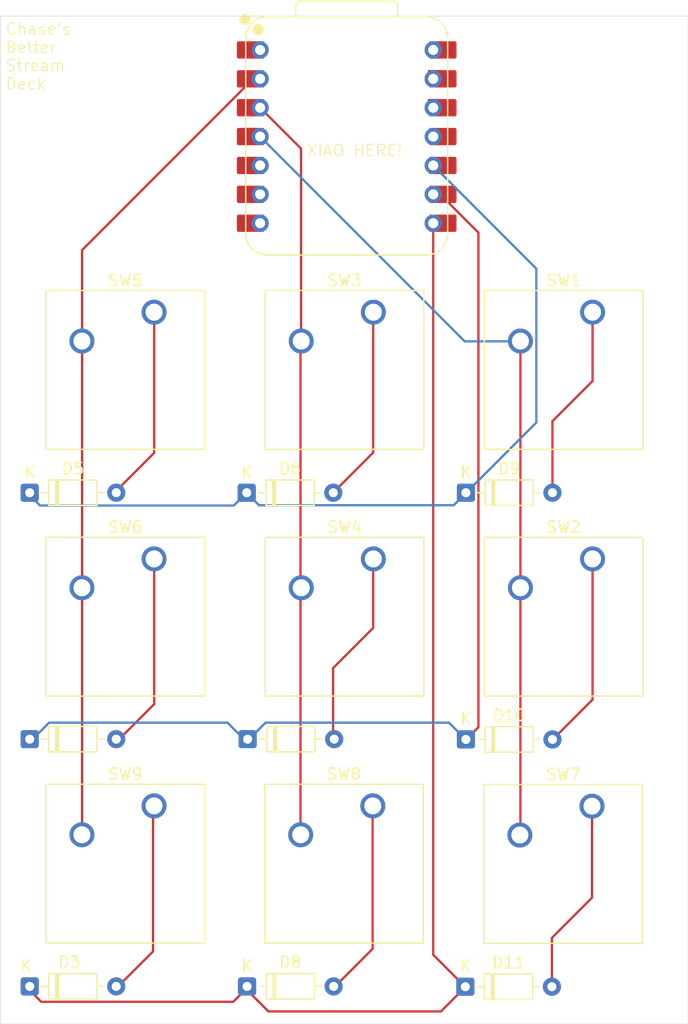
<source format=kicad_pcb>
(kicad_pcb (version 20241229) (generator "pcbnew") (generator_version "9.0")
  (layers (0 "F.Cu" signal) (2 "B.Cu" signal) (13 "F.Paste" user) (15 "B.Paste" user) (5 "F.SilkS" user "F.Silkscreen") (7 "B.SilkS" user "B.Silkscreen") (1 "F.Mask" user) (3 "B.Mask" user) (25 "Edge.Cuts" user))
  (net 0 "")
  (net 1 "Net-(D11-K)")
  (net 2 "Net-(D3-A)")
  (net 3 "unconnected-(U1-3V3-Pad12)")
  (net 4 "Net-(D4-A)")
  (net 7 "Net-(D10-K)")
  (net 8 "Net-(D5-A)")
  (net 9 "Net-(D5-K)")
  (net 10 "Net-(D6-A)")
  (net 11 "Net-(D7-A)")
  (net 12 "Net-(D8-A)")
  (net 13 "Net-(D9-A)")
  (net 14 "Net-(D10-A)")
  (net 15 "Net-(D11-A)")
  (net 16 "Net-(U1-GPIO29{slash}ADC3{slash}A3)")
  (net 17 "Net-(U1-GPIO28{slash}ADC2{slash}A2)")
  (net 18 "Net-(U1-GPIO27{slash}ADC1{slash}A1)")
  (net 20 "unconnected-(U1-GND-Pad13)")
  (footprint "Diode_THT:D_DO-35_SOD27_P7.62mm_Horizontal" (layer "F.Cu") (at 128.38 161.95)
    (property "Reference" "D8" (at 3.81 -2.12 0) (layer "F.SilkS"))
    (property "Value" "1N4148")
    (fp_line (start 1.04 0) (end 1.69 0) (stroke (width 0.12)) (layer "F.SilkS"))
    (fp_line (start 2.29 -1.12) (end 2.29 1.12) (stroke (width 0.12)) (layer "F.SilkS"))
    (fp_line (start 2.41 -1.12) (end 2.41 1.12) (stroke (width 0.12)) (layer "F.SilkS"))
    (fp_line (start 2.53 -1.12) (end 2.53 1.12) (stroke (width 0.12)) (layer "F.SilkS"))
    (fp_line (start 6.58 0) (end 5.93 0) (stroke (width 0.12)) (layer "F.SilkS"))
    (fp_rect (start 1.69 -1.12) (end 5.93 1.12) (stroke (width 0.12)) (fill no) (layer "F.SilkS"))
    (fp_text user "K" (at 0 -1.8 0) (layer "F.SilkS"))
    (pad "1" thru_hole roundrect (at 0 0) (size 1.6 1.6) (drill 0.8) (layers "*.Cu" "*.Mask") (roundrect_rratio 0.15625) (net 1 "Net-(D11-K)"))
    (pad "2" thru_hole circle (at 7.62 0) (size 1.6 1.6) (drill 0.8) (layers "*.Cu" "*.Mask") (net 12 "Net-(D8-A)"))
  )
  (footprint "Button_Switch_Keyboard:SW_Cherry_MX_1.00u_PCB" (layer "F.Cu") (at 139.45 146.07)
    (property "Reference" "SW8" (at -2.54 -2.794 0) (layer "F.SilkS"))
    (property "Value" "SW_Push")
    (fp_line (start -9.525 -1.905) (end 4.445 -1.905) (stroke (width 0.12)) (layer "F.SilkS"))
    (fp_line (start -9.525 12.065) (end -9.525 -1.905) (stroke (width 0.12)) (layer "F.SilkS"))
    (fp_line (start 4.445 -1.905) (end 4.445 12.065) (stroke (width 0.12)) (layer "F.SilkS"))
    (fp_line (start 4.445 12.065) (end -9.525 12.065) (stroke (width 0.12)) (layer "F.SilkS"))
    (pad "" np_thru_hole circle (at -7.62 5.08) (size 1.7 1.7) (drill 1.7) (layers "*.Cu" "*.Mask"))
    (pad "" np_thru_hole circle (at -2.54 5.08) (size 4 4) (drill 4) (layers "*.Cu" "*.Mask"))
    (pad "" np_thru_hole circle (at 2.54 5.08) (size 1.7 1.7) (drill 1.7) (layers "*.Cu" "*.Mask"))
    (pad "1" thru_hole circle (at 0 0) (size 2.2 2.2) (drill 1.5) (layers "*.Cu" "*.Mask") (net 12 "Net-(D8-A)"))
    (pad "2" thru_hole circle (at -6.35 2.54) (size 2.2 2.2) (drill 1.5) (layers "*.Cu" "*.Mask") (net 17 "Net-(U1-GPIO28{slash}ADC2{slash}A2)"))
  )
  (footprint "Diode_THT:D_DO-35_SOD27_P7.62mm_Horizontal" (layer "F.Cu") (at 109.24 118.525211)
    (property "Reference" "D5" (at 3.81 -2.12 0) (layer "F.SilkS"))
    (property "Value" "1N4148")
    (fp_line (start 1.04 0) (end 1.69 0) (stroke (width 0.12)) (layer "F.SilkS"))
    (fp_line (start 2.29 -1.12) (end 2.29 1.12) (stroke (width 0.12)) (layer "F.SilkS"))
    (fp_line (start 2.41 -1.12) (end 2.41 1.12) (stroke (width 0.12)) (layer "F.SilkS"))
    (fp_line (start 2.53 -1.12) (end 2.53 1.12) (stroke (width 0.12)) (layer "F.SilkS"))
    (fp_line (start 6.58 0) (end 5.93 0) (stroke (width 0.12)) (layer "F.SilkS"))
    (fp_rect (start 1.69 -1.12) (end 5.93 1.12) (stroke (width 0.12)) (fill no) (layer "F.SilkS"))
    (fp_text user "K" (at 0 -1.8 0) (layer "F.SilkS"))
    (pad "1" thru_hole roundrect (at 0 0) (size 1.6 1.6) (drill 0.8) (layers "*.Cu" "*.Mask") (roundrect_rratio 0.15625) (net 9 "Net-(D5-K)"))
    (pad "2" thru_hole circle (at 7.62 0) (size 1.6 1.6) (drill 0.8) (layers "*.Cu" "*.Mask") (net 8 "Net-(D5-A)"))
  )
  (footprint "Diode_THT:D_DO-35_SOD27_P7.62mm_Horizontal" (layer "F.Cu") (at 128.43 140.2)
    (property "Reference" "D7" (hide yes))
    (property "Value" "1N4148")
    (fp_line (start 1.04 0) (end 1.69 0) (stroke (width 0.12)) (layer "F.SilkS"))
    (fp_line (start 2.29 -1.12) (end 2.29 1.12) (stroke (width 0.12)) (layer "F.SilkS"))
    (fp_line (start 2.41 -1.12) (end 2.41 1.12) (stroke (width 0.12)) (layer "F.SilkS"))
    (fp_line (start 2.53 -1.12) (end 2.53 1.12) (stroke (width 0.12)) (layer "F.SilkS"))
    (fp_line (start 6.58 0) (end 5.93 0) (stroke (width 0.12)) (layer "F.SilkS"))
    (fp_rect (start 1.69 -1.12) (end 5.93 1.12) (stroke (width 0.12)) (fill no) (layer "F.SilkS"))
    (pad "1" thru_hole roundrect (at 0 0) (size 1.6 1.6) (drill 0.8) (layers "*.Cu" "*.Mask") (roundrect_rratio 0.15625) (net 7 "Net-(D10-K)"))
    (pad "2" thru_hole circle (at 7.62 0) (size 1.6 1.6) (drill 0.8) (layers "*.Cu" "*.Mask") (net 11 "Net-(D7-A)"))
  )
  (footprint "Button_Switch_Keyboard:SW_Cherry_MX_1.00u_PCB" (layer "F.Cu") (at 158.8 124.345211)
    (property "Reference" "SW2" (at -2.54 -2.794 0) (layer "F.SilkS"))
    (property "Value" "SW_Push")
    (fp_line (start -9.525 -1.905) (end 4.445 -1.905) (stroke (width 0.12)) (layer "F.SilkS"))
    (fp_line (start -9.525 12.065) (end -9.525 -1.905) (stroke (width 0.12)) (layer "F.SilkS"))
    (fp_line (start 4.445 -1.905) (end 4.445 12.065) (stroke (width 0.12)) (layer "F.SilkS"))
    (fp_line (start 4.445 12.065) (end -9.525 12.065) (stroke (width 0.12)) (layer "F.SilkS"))
    (pad "" np_thru_hole circle (at -7.62 5.08) (size 1.7 1.7) (drill 1.7) (layers "*.Cu" "*.Mask"))
    (pad "" np_thru_hole circle (at -2.54 5.08) (size 4 4) (drill 4) (layers "*.Cu" "*.Mask"))
    (pad "" np_thru_hole circle (at 2.54 5.08) (size 1.7 1.7) (drill 1.7) (layers "*.Cu" "*.Mask"))
    (pad "1" thru_hole circle (at 0 0) (size 2.2 2.2) (drill 1.5) (layers "*.Cu" "*.Mask") (net 14 "Net-(D10-A)"))
    (pad "2" thru_hole circle (at -6.35 2.54) (size 2.2 2.2) (drill 1.5) (layers "*.Cu" "*.Mask") (net 16 "Net-(U1-GPIO29{slash}ADC3{slash}A3)"))
  )
  (footprint "Button_Switch_Keyboard:SW_Cherry_MX_1.00u_PCB" (layer "F.Cu") (at 120.19 146.07)
    (property "Reference" "SW9" (at -2.54 -2.794 0) (layer "F.SilkS"))
    (property "Value" "SW_Push")
    (fp_line (start -9.525 -1.905) (end 4.445 -1.905) (stroke (width 0.12)) (layer "F.SilkS"))
    (fp_line (start -9.525 12.065) (end -9.525 -1.905) (stroke (width 0.12)) (layer "F.SilkS"))
    (fp_line (start 4.445 -1.905) (end 4.445 12.065) (stroke (width 0.12)) (layer "F.SilkS"))
    (fp_line (start 4.445 12.065) (end -9.525 12.065) (stroke (width 0.12)) (layer "F.SilkS"))
    (pad "" np_thru_hole circle (at -7.62 5.08) (size 1.7 1.7) (drill 1.7) (layers "*.Cu" "*.Mask"))
    (pad "" np_thru_hole circle (at -2.54 5.08) (size 4 4) (drill 4) (layers "*.Cu" "*.Mask"))
    (pad "" np_thru_hole circle (at 2.54 5.08) (size 1.7 1.7) (drill 1.7) (layers "*.Cu" "*.Mask"))
    (pad "1" thru_hole circle (at 0 0) (size 2.2 2.2) (drill 1.5) (layers "*.Cu" "*.Mask") (net 2 "Net-(D3-A)"))
    (pad "2" thru_hole circle (at -6.35 2.54) (size 2.2 2.2) (drill 1.5) (layers "*.Cu" "*.Mask") (net 18 "Net-(U1-GPIO27{slash}ADC1{slash}A1)"))
  )
  (footprint "Button_Switch_Keyboard:SW_Cherry_MX_1.00u_PCB" (layer "F.Cu") (at 158.8 102.645211)
    (property "Reference" "SW1" (at -2.54 -2.794 0) (layer "F.SilkS"))
    (property "Value" "SW_Push")
    (fp_line (start -9.525 -1.905) (end 4.445 -1.905) (stroke (width 0.12)) (layer "F.SilkS"))
    (fp_line (start -9.525 12.065) (end -9.525 -1.905) (stroke (width 0.12)) (layer "F.SilkS"))
    (fp_line (start 4.445 -1.905) (end 4.445 12.065) (stroke (width 0.12)) (layer "F.SilkS"))
    (fp_line (start 4.445 12.065) (end -9.525 12.065) (stroke (width 0.12)) (layer "F.SilkS"))
    (pad "" np_thru_hole circle (at -7.62 5.08) (size 1.7 1.7) (drill 1.7) (layers "*.Cu" "*.Mask"))
    (pad "" np_thru_hole circle (at -2.54 5.08) (size 4 4) (drill 4) (layers "*.Cu" "*.Mask"))
    (pad "" np_thru_hole circle (at 2.54 5.08) (size 1.7 1.7) (drill 1.7) (layers "*.Cu" "*.Mask"))
    (pad "1" thru_hole circle (at 0 0) (size 2.2 2.2) (drill 1.5) (layers "*.Cu" "*.Mask") (net 13 "Net-(D9-A)"))
    (pad "2" thru_hole circle (at -6.35 2.54) (size 2.2 2.2) (drill 1.5) (layers "*.Cu" "*.Mask") (net 16 "Net-(U1-GPIO29{slash}ADC3{slash}A3)"))
  )
  (footprint "Diode_THT:D_DO-35_SOD27_P7.62mm_Horizontal" (layer "F.Cu") (at 109.24 161.95)
    (property "Reference" "D3" (at 3.51 -2.12 0) (layer "F.SilkS"))
    (property "Value" "1N4148")
    (fp_line (start 1.04 0) (end 1.69 0) (stroke (width 0.12)) (layer "F.SilkS"))
    (fp_line (start 2.29 -1.12) (end 2.29 1.12) (stroke (width 0.12)) (layer "F.SilkS"))
    (fp_line (start 2.41 -1.12) (end 2.41 1.12) (stroke (width 0.12)) (layer "F.SilkS"))
    (fp_line (start 2.53 -1.12) (end 2.53 1.12) (stroke (width 0.12)) (layer "F.SilkS"))
    (fp_line (start 6.58 0) (end 5.93 0) (stroke (width 0.12)) (layer "F.SilkS"))
    (fp_rect (start 1.69 -1.12) (end 5.93 1.12) (stroke (width 0.12)) (fill no) (layer "F.SilkS"))
    (fp_text user "K" (at -0.3 -1.8 0) (layer "F.SilkS"))
    (pad "1" thru_hole roundrect (at 0 0) (size 1.6 1.6) (drill 0.8) (layers "*.Cu" "*.Mask") (roundrect_rratio 0.15625) (net 1 "Net-(D11-K)"))
    (pad "2" thru_hole circle (at 7.62 0) (size 1.6 1.6) (drill 0.8) (layers "*.Cu" "*.Mask") (net 2 "Net-(D3-A)"))
  )
  (footprint "Seeed Studio XIAO Series Library:XIAO-RP2040-DIP" (layer "F.Cu") (at 137.15 87.2)
    (property "Reference" "U1" (hide yes))
    (property "Value" "XIAO-RP2040-DIP")
    (fp_line (start -8.89 8.509) (end -8.89 -8.636) (stroke (width 0.127)) (layer "F.SilkS"))
    (fp_line (start -6.985 10.414) (end 6.985 10.414) (stroke (width 0.127)) (layer "F.SilkS"))
    (fp_line (start -4.495 -10.541) (end -4.491272 -11.451272) (stroke (width 0.127)) (layer "F.SilkS"))
    (fp_line (start -3.991272 -11.951) (end 4.004 -11.951) (stroke (width 0.127)) (layer "F.SilkS"))
    (fp_line (start 4.504 -11.451) (end 4.504 -10.541) (stroke (width 0.127)) (layer "F.SilkS"))
    (fp_line (start 6.985 -10.541) (end -6.985 -10.541) (stroke (width 0.1)) (layer "F.SilkS"))
    (fp_line (start 6.985 -10.541) (end -6.985 -10.541) (stroke (width 0.127)) (layer "F.SilkS"))
    (fp_line (start 8.89 8.509) (end 8.89 -8.636) (stroke (width 0.127)) (layer "F.SilkS"))
    (fp_arc (start -8.89 -8.636) (mid -8.332038 -9.983038) (end -6.985 -10.541) (stroke (width 0.127)) (layer "F.SilkS"))
    (fp_arc (start -6.985 10.414) (mid -8.332038 9.856038) (end -8.89 8.509) (stroke (width 0.127)) (layer "F.SilkS"))
    (fp_arc (start -4.491272 -11.451272) (mid -4.344728 -11.80464) (end -3.991272 -11.951) (stroke (width 0.127)) (layer "F.SilkS"))
    (fp_arc (start 4.004 -11.951) (mid 4.357553 -11.804553) (end 4.504 -11.451) (stroke (width 0.127)) (layer "F.SilkS"))
    (fp_arc (start 6.985 -10.541) (mid 8.332038 -9.983038) (end 8.89 -8.636) (stroke (width 0.127)) (layer "F.SilkS"))
    (fp_arc (start 8.89 8.509) (mid 8.332038 9.856038) (end 6.985 10.414) (stroke (width 0.127)) (layer "F.SilkS"))
    (fp_circle (center -8.95 -10.3) (end -8.95 -10.554) (stroke (width 0.5)) (fill yes) (layer "F.SilkS"))
    (fp_circle (center -7.807 -9.42) (end -7.807 -9.674) (stroke (width 0.5)) (fill yes) (layer "F.SilkS"))
    (pad "1" smd roundrect (at -8.455 -7.62 180) (size 2.432 1.524) (layers "F.Cu" "F.Mask") (roundrect_rratio 0.1))
    (pad "1" thru_hole circle (at -7.62 -7.62 180) (size 1.524 1.524) (drill 0.889) (layers "*.Cu" "*.Mask"))
    (pad "2" smd roundrect (at -8.455 -5.08 180) (size 2.432 1.524) (layers "F.Cu" "F.Mask") (roundrect_rratio 0.1) (net 18 "Net-(U1-GPIO27{slash}ADC1{slash}A1)"))
    (pad "2" thru_hole circle (at -7.62 -5.08 180) (size 1.524 1.524) (drill 0.889) (layers "*.Cu" "*.Mask") (net 18 "Net-(U1-GPIO27{slash}ADC1{slash}A1)"))
    (pad "3" smd roundrect (at -8.455 -2.54 180) (size 2.432 1.524) (layers "F.Cu" "F.Mask") (roundrect_rratio 0.1) (net 17 "Net-(U1-GPIO28{slash}ADC2{slash}A2)"))
    (pad "3" thru_hole circle (at -7.62 -2.54 180) (size 1.524 1.524) (drill 0.889) (layers "*.Cu" "*.Mask") (net 17 "Net-(U1-GPIO28{slash}ADC2{slash}A2)"))
    (pad "4" smd roundrect (at -8.455 0 180) (size 2.432 1.524) (layers "F.Cu" "F.Mask") (roundrect_rratio 0.1) (net 16 "Net-(U1-GPIO29{slash}ADC3{slash}A3)"))
    (pad "4" thru_hole circle (at -7.62 0 180) (size 1.524 1.524) (drill 0.889) (layers "*.Cu" "*.Mask") (net 16 "Net-(U1-GPIO29{slash}ADC3{slash}A3)"))
    (pad "5" smd roundrect (at -8.455 2.54 180) (size 2.432 1.524) (layers "F.Cu" "F.Mask") (roundrect_rratio 0.1))
    (pad "5" thru_hole circle (at -7.62 2.54 180) (size 1.524 1.524) (drill 0.889) (layers "*.Cu" "*.Mask"))
    (pad "6" smd roundrect (at -8.455 5.08 180) (size 2.432 1.524) (layers "F.Cu" "F.Mask") (roundrect_rratio 0.1))
    (pad "6" thru_hole circle (at -7.62 5.08 180) (size 1.524 1.524) (drill 0.889) (layers "*.Cu" "*.Mask"))
    (pad "7" smd roundrect (at -8.455 7.62 180) (size 2.432 1.524) (layers "F.Cu" "F.Mask") (roundrect_rratio 0.1))
    (pad "7" thru_hole circle (at -7.62 7.62 180) (size 1.524 1.524) (drill 0.889) (layers "*.Cu" "*.Mask"))
    (pad "8" thru_hole circle (at 7.62 7.62) (size 1.524 1.524) (drill 0.889) (layers "*.Cu" "*.Mask") (net 1 "Net-(D11-K)"))
    (pad "8" smd roundrect (at 8.455 7.62) (size 2.432 1.524) (layers "F.Cu" "F.Mask") (roundrect_rratio 0.1) (net 1 "Net-(D11-K)"))
    (pad "9" thru_hole circle (at 7.62 5.08) (size 1.524 1.524) (drill 0.889) (layers "*.Cu" "*.Mask") (net 7 "Net-(D10-K)"))
    (pad "9" smd roundrect (at 8.455 5.08) (size 2.432 1.524) (layers "F.Cu" "F.Mask") (roundrect_rratio 0.1) (net 7 "Net-(D10-K)"))
    (pad "10" thru_hole circle (at 7.62 2.54) (size 1.524 1.524) (drill 0.889) (layers "*.Cu" "*.Mask") (net 9 "Net-(D5-K)"))
    (pad "10" smd roundrect (at 8.455 2.54) (size 2.432 1.524) (layers "F.Cu" "F.Mask") (roundrect_rratio 0.1) (net 9 "Net-(D5-K)"))
    (pad "11" thru_hole circle (at 7.62 0) (size 1.524 1.524) (drill 0.889) (layers "*.Cu" "*.Mask"))
    (pad "11" smd roundrect (at 8.455 0) (size 2.432 1.524) (layers "F.Cu" "F.Mask") (roundrect_rratio 0.1))
    (pad "12" thru_hole circle (at 7.62 -2.54) (size 1.524 1.524) (drill 0.889) (layers "*.Cu" "*.Mask") (net 3 "unconnected-(U1-3V3-Pad12)"))
    (pad "12" smd roundrect (at 8.455 -2.54) (size 2.432 1.524) (layers "F.Cu" "F.Mask") (roundrect_rratio 0.1) (net 3 "unconnected-(U1-3V3-Pad12)"))
    (pad "13" thru_hole circle (at 7.62 -5.08) (size 1.524 1.524) (drill 0.889) (layers "*.Cu" "*.Mask") (net 20 "unconnected-(U1-GND-Pad13)"))
    (pad "13" smd roundrect (at 8.455 -5.08) (size 2.432 1.524) (layers "F.Cu" "F.Mask") (roundrect_rratio 0.1) (net 20 "unconnected-(U1-GND-Pad13)"))
    (pad "14" thru_hole circle (at 7.62 -7.62) (size 1.524 1.524) (drill 0.889) (layers "*.Cu" "*.Mask"))
    (pad "14" smd roundrect (at 8.455 -7.62) (size 2.432 1.524) (layers "F.Cu" "F.Mask") (roundrect_rratio 0.1))
  )
  (footprint "Diode_THT:D_DO-35_SOD27_P7.62mm_Horizontal" (layer "F.Cu") (at 109.24 140.2)
    (property "Reference" "D4" (hide yes))
    (property "Value" "1N4148")
    (fp_line (start 1.04 0) (end 1.69 0) (stroke (width 0.12)) (layer "F.SilkS"))
    (fp_line (start 2.29 -1.12) (end 2.29 1.12) (stroke (width 0.12)) (layer "F.SilkS"))
    (fp_line (start 2.41 -1.12) (end 2.41 1.12) (stroke (width 0.12)) (layer "F.SilkS"))
    (fp_line (start 2.53 -1.12) (end 2.53 1.12) (stroke (width 0.12)) (layer "F.SilkS"))
    (fp_line (start 6.58 0) (end 5.93 0) (stroke (width 0.12)) (layer "F.SilkS"))
    (fp_rect (start 1.69 -1.12) (end 5.93 1.12) (stroke (width 0.12)) (fill no) (layer "F.SilkS"))
    (pad "1" thru_hole roundrect (at 0 0) (size 1.6 1.6) (drill 0.8) (layers "*.Cu" "*.Mask") (roundrect_rratio 0.15625) (net 7 "Net-(D10-K)"))
    (pad "2" thru_hole circle (at 7.62 0) (size 1.6 1.6) (drill 0.8) (layers "*.Cu" "*.Mask") (net 4 "Net-(D4-A)"))
  )
  (footprint "Button_Switch_Keyboard:SW_Cherry_MX_1.00u_PCB" (layer "F.Cu") (at 139.5 102.645211)
    (property "Reference" "SW3" (at -2.54 -2.794 0) (layer "F.SilkS"))
    (property "Value" "SW_Push")
    (fp_line (start -9.525 -1.905) (end 4.445 -1.905) (stroke (width 0.12)) (layer "F.SilkS"))
    (fp_line (start -9.525 12.065) (end -9.525 -1.905) (stroke (width 0.12)) (layer "F.SilkS"))
    (fp_line (start 4.445 -1.905) (end 4.445 12.065) (stroke (width 0.12)) (layer "F.SilkS"))
    (fp_line (start 4.445 12.065) (end -9.525 12.065) (stroke (width 0.12)) (layer "F.SilkS"))
    (pad "" np_thru_hole circle (at -7.62 5.08) (size 1.7 1.7) (drill 1.7) (layers "*.Cu" "*.Mask"))
    (pad "" np_thru_hole circle (at -2.54 5.08) (size 4 4) (drill 4) (layers "*.Cu" "*.Mask"))
    (pad "" np_thru_hole circle (at 2.54 5.08) (size 1.7 1.7) (drill 1.7) (layers "*.Cu" "*.Mask"))
    (pad "1" thru_hole circle (at 0 0) (size 2.2 2.2) (drill 1.5) (layers "*.Cu" "*.Mask") (net 10 "Net-(D6-A)"))
    (pad "2" thru_hole circle (at -6.35 2.54) (size 2.2 2.2) (drill 1.5) (layers "*.Cu" "*.Mask") (net 17 "Net-(U1-GPIO28{slash}ADC2{slash}A2)"))
  )
  (footprint "Diode_THT:D_DO-35_SOD27_P7.62mm_Horizontal" (layer "F.Cu") (at 128.35 118.525211)
    (property "Reference" "D6" (at 3.81 -2.12 0) (layer "F.SilkS"))
    (property "Value" "1N4148")
    (fp_line (start 1.04 0) (end 1.69 0) (stroke (width 0.12)) (layer "F.SilkS"))
    (fp_line (start 2.29 -1.12) (end 2.29 1.12) (stroke (width 0.12)) (layer "F.SilkS"))
    (fp_line (start 2.41 -1.12) (end 2.41 1.12) (stroke (width 0.12)) (layer "F.SilkS"))
    (fp_line (start 2.53 -1.12) (end 2.53 1.12) (stroke (width 0.12)) (layer "F.SilkS"))
    (fp_line (start 6.58 0) (end 5.93 0) (stroke (width 0.12)) (layer "F.SilkS"))
    (fp_rect (start 1.69 -1.12) (end 5.93 1.12) (stroke (width 0.12)) (fill no) (layer "F.SilkS"))
    (fp_text user "K" (at 0 -1.8 0) (layer "F.SilkS"))
    (pad "1" thru_hole roundrect (at 0 0) (size 1.6 1.6) (drill 0.8) (layers "*.Cu" "*.Mask") (roundrect_rratio 0.15625) (net 9 "Net-(D5-K)"))
    (pad "2" thru_hole circle (at 7.62 0) (size 1.6 1.6) (drill 0.8) (layers "*.Cu" "*.Mask") (net 10 "Net-(D6-A)"))
  )
  (footprint "Button_Switch_Keyboard:SW_Cherry_MX_1.00u_PCB" (layer "F.Cu") (at 120.19 102.645211)
    (property "Reference" "SW5" (at -2.54 -2.794 0) (layer "F.SilkS"))
    (property "Value" "SW_Push")
    (fp_line (start -9.525 -1.905) (end 4.445 -1.905) (stroke (width 0.12)) (layer "F.SilkS"))
    (fp_line (start -9.525 12.065) (end -9.525 -1.905) (stroke (width 0.12)) (layer "F.SilkS"))
    (fp_line (start 4.445 -1.905) (end 4.445 12.065) (stroke (width 0.12)) (layer "F.SilkS"))
    (fp_line (start 4.445 12.065) (end -9.525 12.065) (stroke (width 0.12)) (layer "F.SilkS"))
    (pad "" np_thru_hole circle (at -7.62 5.08) (size 1.7 1.7) (drill 1.7) (layers "*.Cu" "*.Mask"))
    (pad "" np_thru_hole circle (at -2.54 5.08) (size 4 4) (drill 4) (layers "*.Cu" "*.Mask"))
    (pad "" np_thru_hole circle (at 2.54 5.08) (size 1.7 1.7) (drill 1.7) (layers "*.Cu" "*.Mask"))
    (pad "1" thru_hole circle (at 0 0) (size 2.2 2.2) (drill 1.5) (layers "*.Cu" "*.Mask") (net 8 "Net-(D5-A)"))
    (pad "2" thru_hole circle (at -6.35 2.54) (size 2.2 2.2) (drill 1.5) (layers "*.Cu" "*.Mask") (net 18 "Net-(U1-GPIO27{slash}ADC1{slash}A1)"))
  )
  (footprint "Diode_THT:D_DO-35_SOD27_P7.62mm_Horizontal" (layer "F.Cu") (at 147.6 161.975211)
    (property "Reference" "D11" (at 3.81 -2.12 0) (layer "F.SilkS"))
    (property "Value" "1N4148")
    (fp_line (start 1.04 0) (end 1.69 0) (stroke (width 0.12)) (layer "F.SilkS"))
    (fp_line (start 2.29 -1.12) (end 2.29 1.12) (stroke (width 0.12)) (layer "F.SilkS"))
    (fp_line (start 2.41 -1.12) (end 2.41 1.12) (stroke (width 0.12)) (layer "F.SilkS"))
    (fp_line (start 2.53 -1.12) (end 2.53 1.12) (stroke (width 0.12)) (layer "F.SilkS"))
    (fp_line (start 6.58 0) (end 5.93 0) (stroke (width 0.12)) (layer "F.SilkS"))
    (fp_rect (start 1.69 -1.12) (end 5.93 1.12) (stroke (width 0.12)) (fill no) (layer "F.SilkS"))
    (fp_text user "K" (at 0 -1.8 0) (layer "F.SilkS"))
    (pad "1" thru_hole roundrect (at 0 0) (size 1.6 1.6) (drill 0.8) (layers "*.Cu" "*.Mask") (roundrect_rratio 0.15625) (net 1 "Net-(D11-K)"))
    (pad "2" thru_hole circle (at 7.62 0) (size 1.6 1.6) (drill 0.8) (layers "*.Cu" "*.Mask") (net 15 "Net-(D11-A)"))
  )
  (footprint "Button_Switch_Keyboard:SW_Cherry_MX_1.00u_PCB" (layer "F.Cu") (at 139.5 124.345211)
    (property "Reference" "SW4" (at -2.54 -2.794 0) (layer "F.SilkS"))
    (property "Value" "SW_Push")
    (fp_line (start -9.525 -1.905) (end 4.445 -1.905) (stroke (width 0.12)) (layer "F.SilkS"))
    (fp_line (start -9.525 12.065) (end -9.525 -1.905) (stroke (width 0.12)) (layer "F.SilkS"))
    (fp_line (start 4.445 -1.905) (end 4.445 12.065) (stroke (width 0.12)) (layer "F.SilkS"))
    (fp_line (start 4.445 12.065) (end -9.525 12.065) (stroke (width 0.12)) (layer "F.SilkS"))
    (pad "" np_thru_hole circle (at -7.62 5.08) (size 1.7 1.7) (drill 1.7) (layers "*.Cu" "*.Mask"))
    (pad "" np_thru_hole circle (at -2.54 5.08) (size 4 4) (drill 4) (layers "*.Cu" "*.Mask"))
    (pad "" np_thru_hole circle (at 2.54 5.08) (size 1.7 1.7) (drill 1.7) (layers "*.Cu" "*.Mask"))
    (pad "1" thru_hole circle (at 0 0) (size 2.2 2.2) (drill 1.5) (layers "*.Cu" "*.Mask") (net 11 "Net-(D7-A)"))
    (pad "2" thru_hole circle (at -6.35 2.54) (size 2.2 2.2) (drill 1.5) (layers "*.Cu" "*.Mask") (net 17 "Net-(U1-GPIO28{slash}ADC2{slash}A2)"))
  )
  (footprint "Button_Switch_Keyboard:SW_Cherry_MX_1.00u_PCB" (layer "F.Cu") (at 120.19 124.345211)
    (property "Reference" "SW6" (at -2.54 -2.794 0) (layer "F.SilkS"))
    (property "Value" "SW_Push")
    (fp_line (start -9.525 -1.905) (end 4.445 -1.905) (stroke (width 0.12)) (layer "F.SilkS"))
    (fp_line (start -9.525 12.065) (end -9.525 -1.905) (stroke (width 0.12)) (layer "F.SilkS"))
    (fp_line (start 4.445 -1.905) (end 4.445 12.065) (stroke (width 0.12)) (layer "F.SilkS"))
    (fp_line (start 4.445 12.065) (end -9.525 12.065) (stroke (width 0.12)) (layer "F.SilkS"))
    (pad "" np_thru_hole circle (at -7.62 5.08) (size 1.7 1.7) (drill 1.7) (layers "*.Cu" "*.Mask"))
    (pad "" np_thru_hole circle (at -2.54 5.08) (size 4 4) (drill 4) (layers "*.Cu" "*.Mask"))
    (pad "" np_thru_hole circle (at 2.54 5.08) (size 1.7 1.7) (drill 1.7) (layers "*.Cu" "*.Mask"))
    (pad "1" thru_hole circle (at 0 0) (size 2.2 2.2) (drill 1.5) (layers "*.Cu" "*.Mask") (net 4 "Net-(D4-A)"))
    (pad "2" thru_hole circle (at -6.35 2.54) (size 2.2 2.2) (drill 1.5) (layers "*.Cu" "*.Mask") (net 18 "Net-(U1-GPIO27{slash}ADC1{slash}A1)"))
  )
  (footprint "Diode_THT:D_DO-35_SOD27_P7.62mm_Horizontal" (layer "F.Cu") (at 147.65 140.225211)
    (property "Reference" "D10" (at 3.81 -2.12 0) (layer "F.SilkS"))
    (property "Value" "1N4148")
    (fp_line (start 1.04 0) (end 1.69 0) (stroke (width 0.12)) (layer "F.SilkS"))
    (fp_line (start 2.29 -1.12) (end 2.29 1.12) (stroke (width 0.12)) (layer "F.SilkS"))
    (fp_line (start 2.41 -1.12) (end 2.41 1.12) (stroke (width 0.12)) (layer "F.SilkS"))
    (fp_line (start 2.53 -1.12) (end 2.53 1.12) (stroke (width 0.12)) (layer "F.SilkS"))
    (fp_line (start 6.58 0) (end 5.93 0) (stroke (width 0.12)) (layer "F.SilkS"))
    (fp_rect (start 1.69 -1.12) (end 5.93 1.12) (stroke (width 0.12)) (fill no) (layer "F.SilkS"))
    (fp_text user "K" (at 0 -1.8 0) (layer "F.SilkS"))
    (pad "1" thru_hole roundrect (at 0 0) (size 1.6 1.6) (drill 0.8) (layers "*.Cu" "*.Mask") (roundrect_rratio 0.15625) (net 7 "Net-(D10-K)"))
    (pad "2" thru_hole circle (at 7.62 0) (size 1.6 1.6) (drill 0.8) (layers "*.Cu" "*.Mask") (net 14 "Net-(D10-A)"))
  )
  (footprint "Diode_THT:D_DO-35_SOD27_P7.62mm_Horizontal" (layer "F.Cu") (at 147.65 118.525211)
    (property "Reference" "D9" (at 3.81 -2.12 0) (layer "F.SilkS"))
    (property "Value" "1N4148")
    (fp_line (start 1.04 0) (end 1.69 0) (stroke (width 0.12)) (layer "F.SilkS"))
    (fp_line (start 2.29 -1.12) (end 2.29 1.12) (stroke (width 0.12)) (layer "F.SilkS"))
    (fp_line (start 2.41 -1.12) (end 2.41 1.12) (stroke (width 0.12)) (layer "F.SilkS"))
    (fp_line (start 2.53 -1.12) (end 2.53 1.12) (stroke (width 0.12)) (layer "F.SilkS"))
    (fp_line (start 6.58 0) (end 5.93 0) (stroke (width 0.12)) (layer "F.SilkS"))
    (fp_rect (start 1.69 -1.12) (end 5.93 1.12) (stroke (width 0.12)) (fill no) (layer "F.SilkS"))
    (fp_text user "K" (at 0 -1.8 0) (layer "F.SilkS"))
    (pad "1" thru_hole roundrect (at 0 0) (size 1.6 1.6) (drill 0.8) (layers "*.Cu" "*.Mask") (roundrect_rratio 0.15625) (net 9 "Net-(D5-K)"))
    (pad "2" thru_hole circle (at 7.62 0) (size 1.6 1.6) (drill 0.8) (layers "*.Cu" "*.Mask") (net 13 "Net-(D9-A)"))
  )
  (footprint "Button_Switch_Keyboard:SW_Cherry_MX_1.00u_PCB" (layer "F.Cu") (at 158.75 146.095211)
    (property "Reference" "SW7" (at -2.54 -2.794 0) (layer "F.SilkS"))
    (property "Value" "SW_Push")
    (fp_line (start -9.525 -1.905) (end 4.445 -1.905) (stroke (width 0.12)) (layer "F.SilkS"))
    (fp_line (start -9.525 12.065) (end -9.525 -1.905) (stroke (width 0.12)) (layer "F.SilkS"))
    (fp_line (start 4.445 -1.905) (end 4.445 12.065) (stroke (width 0.12)) (layer "F.SilkS"))
    (fp_line (start 4.445 12.065) (end -9.525 12.065) (stroke (width 0.12)) (layer "F.SilkS"))
    (pad "" np_thru_hole circle (at -7.62 5.08) (size 1.7 1.7) (drill 1.7) (layers "*.Cu" "*.Mask"))
    (pad "" np_thru_hole circle (at -2.54 5.08) (size 4 4) (drill 4) (layers "*.Cu" "*.Mask"))
    (pad "" np_thru_hole circle (at 2.54 5.08) (size 1.7 1.7) (drill 1.7) (layers "*.Cu" "*.Mask"))
    (pad "1" thru_hole circle (at 0 0) (size 2.2 2.2) (drill 1.5) (layers "*.Cu" "*.Mask") (net 15 "Net-(D11-A)"))
    (pad "2" thru_hole circle (at -6.35 2.54) (size 2.2 2.2) (drill 1.5) (layers "*.Cu" "*.Mask") (net 16 "Net-(U1-GPIO29{slash}ADC3{slash}A3)"))
  )
  (gr_rect (start 106.65 76.6) (end 167.2 165.25) (stroke (width 0.05)) (fill no) (layer "Edge.Cuts"))
  (gr_text "Chase's\nBetter\nStream\nDeck" (at 107.05 83.15 0) (layer "F.SilkS") (effects (font (size 1 1) (thickness 0.1)) (justify left bottom)))
  (gr_text "XIAO HERE!" (at 133.55 89 0) (layer "F.SilkS") (effects (font (size 1 1) (thickness 0.1)) (justify left bottom)))
  (segment (start 144.77 159.17) (end 144.77 94.82) (width 0.2) (layer "F.Cu") (net 1))
  (segment (start 130.258981 164.15) (end 145.45 164.15) (width 0.2) (layer "F.Cu") (net 1))
  (segment (start 128.38 161.95) (end 128.38 162.271019) (width 0.2) (layer "F.Cu") (net 1))
  (segment (start 110.251 163.301) (end 127.158403 163.301) (width 0.2) (layer "F.Cu") (net 1))
  (segment (start 145.45 164.15) (end 147.6 162) (width 0.2) (layer "F.Cu") (net 1))
  (segment (start 127.158403 163.301) (end 128.38 162.079403) (width 0.2) (layer "F.Cu") (net 1))
  (segment (start 128.38 162.271019) (end 130.258981 164.15) (width 0.2) (layer "F.Cu") (net 1))
  (segment (start 147.6 162) (end 144.77 159.17) (width 0.2) (layer "F.Cu") (net 1))
  (segment (start 128.38 162.079403) (end 128.38 161.95) (width 0.2) (layer "F.Cu") (net 1))
  (segment (start 109.15 162.2) (end 110.251 163.301) (width 0.2) (layer "F.Cu") (net 1))
  (segment (start 120.1 146.32) (end 120.1 158.87) (width 0.2) (layer "F.Cu") (net 2))
  (segment (start 120.1 158.87) (end 116.77 162.2) (width 0.2) (layer "F.Cu") (net 2))
  (segment (start 145.00216 83.981044) (end 144.388534 83.981044) (width 0.2) (layer "F.Cu") (net 3))
  (segment (start 120.2 137.12) (end 116.87 140.45) (width 0.2) (layer "F.Cu") (net 4))
  (segment (start 120.2 124.37) (end 120.2 137.12) (width 0.2) (layer "F.Cu") (net 4))
  (segment (start 146.10418 92.28) (end 144.77 92.28) (width 0.2) (layer "F.Cu") (net 7))
  (segment (start 145.383626 92.28) (end 144.77 92.28) (width 0.2) (layer "F.Cu") (net 7))
  (segment (start 148.75 139.15) (end 148.75 95.646374) (width 0.2) (layer "F.Cu") (net 7))
  (segment (start 147.65 140.25) (end 148.75 139.15) (width 0.2) (layer "F.Cu") (net 7))
  (segment (start 148.75 95.646374) (end 145.383626 92.28) (width 0.2) (layer "F.Cu") (net 7))
  (segment (start 128.334192 140.425211) (end 130.009403 138.75) (width 0.2) (layer "B.Cu") (net 7))
  (segment (start 130.009403 138.75) (end 146.15 138.75) (width 0.2) (layer "B.Cu") (net 7))
  (segment (start 109.25 140.45) (end 110.95 138.75) (width 0.2) (layer "B.Cu") (net 7))
  (segment (start 146.15 138.75) (end 147.65 140.25) (width 0.2) (layer "B.Cu") (net 7))
  (segment (start 126.658981 138.75) (end 128.334192 140.425211) (width 0.2) (layer "B.Cu") (net 7))
  (segment (start 110.95 138.75) (end 126.658981 138.75) (width 0.2) (layer "B.Cu") (net 7))
  (segment (start 120.2 115.02) (end 116.67 118.55) (width 0.2) (layer "F.Cu") (net 8))
  (segment (start 120.2 102.67) (end 120.2 115.02) (width 0.2) (layer "F.Cu") (net 8))
  (segment (start 144.77 89.74) (end 145.84763 89.74) (width 0.2) (layer "F.Cu") (net 9))
  (segment (start 128.334192 118.525211) (end 127.208403 119.651) (width 0.2) (layer "B.Cu") (net 9))
  (segment (start 127.208403 119.651) (end 110.151 119.651) (width 0.2) (layer "B.Cu") (net 9))
  (segment (start 147.65 118.55) (end 153.851 112.349) (width 0.2) (layer "B.Cu") (net 9))
  (segment (start 146.573789 119.626211) (end 129.435192 119.626211) (width 0.2) (layer "B.Cu") (net 9))
  (segment (start 129.435192 119.626211) (end 128.334192 118.525211) (width 0.2) (layer "B.Cu") (net 9))
  (segment (start 110.151 119.651) (end 109.05 118.55) (width 0.2) (layer "B.Cu") (net 9))
  (segment (start 147.65 118.55) (end 146.573789 119.626211) (width 0.2) (layer "B.Cu") (net 9))
  (segment (start 153.851 112.349) (end 153.851 98.821) (width 0.2) (layer "B.Cu") (net 9))
  (segment (start 153.851 98.821) (end 144.77 89.74) (width 0.2) (layer "B.Cu") (net 9))
  (segment (start 139.484192 114.995211) (end 135.954192 118.525211) (width 0.2) (layer "F.Cu") (net 10))
  (segment (start 139.484192 102.645211) (end 139.484192 114.995211) (width 0.2) (layer "F.Cu") (net 10))
  (segment (start 139.484192 130.415808) (end 135.954192 133.945808) (width 0.2) (layer "F.Cu") (net 11))
  (segment (start 135.954192 133.945808) (end 135.954192 140.425211) (width 0.2) (layer "F.Cu") (net 11))
  (segment (start 139.484192 124.345211) (end 139.484192 130.415808) (width 0.2) (layer "F.Cu") (net 11))
  (segment (start 139.434192 158.645211) (end 135.904192 162.175211) (width 0.2) (layer "F.Cu") (net 12))
  (segment (start 139.434192 146.295211) (end 139.434192 158.645211) (width 0.2) (layer "F.Cu") (net 12))
  (segment (start 155.27 112.23) (end 155.27 118.55) (width 0.2) (layer "F.Cu") (net 13))
  (segment (start 158.8 108.7) (end 155.27 112.23) (width 0.2) (layer "F.Cu") (net 13))
  (segment (start 158.8 102.67) (end 158.8 108.7) (width 0.2) (layer "F.Cu") (net 13))
  (segment (start 158.8 124.37) (end 158.8 136.72) (width 0.2) (layer "F.Cu") (net 14))
  (segment (start 158.8 136.72) (end 155.27 140.25) (width 0.2) (layer "F.Cu") (net 14))
  (segment (start 158.75 154.15) (end 155.22 157.68) (width 0.2) (layer "F.Cu") (net 15))
  (segment (start 155.22 157.68) (end 155.22 162) (width 0.2) (layer "F.Cu") (net 15))
  (segment (start 158.75 146.12) (end 158.75 154.15) (width 0.2) (layer "F.Cu") (net 15))
  (segment (start 129.148534 86.521044) (end 128.070904 86.521044) (width 0.2) (layer "F.Cu") (net 16))
  (segment (start 152.45 105.21) (end 152.45 148.61) (width 0.2) (layer "F.Cu") (net 16))
  (segment (start 152.45 148.61) (end 152.4 148.66) (width 0.2) (layer "F.Cu") (net 16))
  (segment (start 152.45 105.21) (end 147.54 105.21) (width 0.2) (layer "B.Cu") (net 16))
  (segment (start 147.54 105.21) (end 129.53 87.2) (width 0.2) (layer "B.Cu") (net 16))
  (segment (start 133.134192 88.264192) (end 129.53 84.66) (width 0.2) (layer "F.Cu") (net 17))
  (segment (start 133.084192 148.835211) (end 133.084192 105.235211) (width 0.2) (layer "F.Cu") (net 17))
  (segment (start 133.134192 105.185211) (end 133.134192 88.264192) (width 0.2) (layer "F.Cu") (net 17))
  (segment (start 133.084192 105.235211) (end 133.134192 105.185211) (width 0.2) (layer "F.Cu") (net 17))
  (segment (start 113.85 105.21) (end 113.85 97.186374) (width 0.2) (layer "F.Cu") (net 18))
  (segment (start 113.85 97.186374) (end 128.916374 82.12) (width 0.2) (layer "F.Cu") (net 18))
  (segment (start 113.85 148.76) (end 113.75 148.86) (width 0.2) (layer "F.Cu") (net 18))
  (segment (start 128.916374 82.12) (end 129.53 82.12) (width 0.2) (layer "F.Cu") (net 18))
  (segment (start 113.85 105.21) (end 113.85 148.76) (width 0.2) (layer "F.Cu") (net 18))
  (segment (start 145.466164 81.441044) (end 144.388534 81.441044) (width 0.2) (layer "F.Cu") (net 20))
)
</source>
